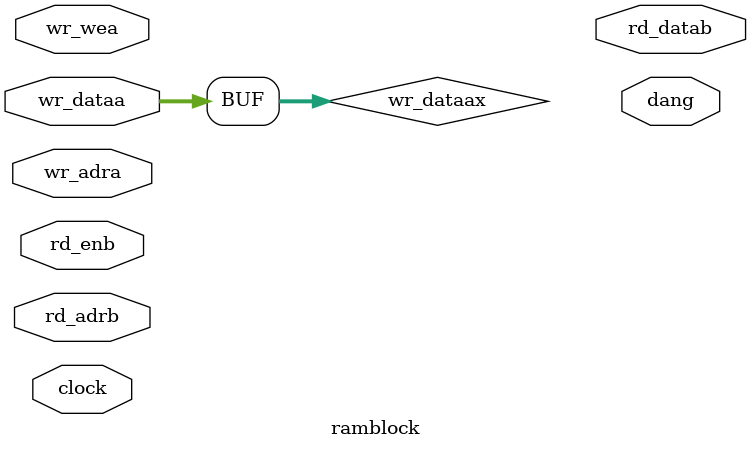
<source format=v>
`timescale 1ns / 1ps
	module ramblock
	(
	clock,
	wr_wea,
	wr_adra,
	wr_dataa,
	rd_enb,
	rd_adrb,
	rd_datab,
	dang
	);
//-------------------------------------------------------------------------------------------------------------------
// Generics caller may override
//-------------------------------------------------------------------------------------------------------------------
	parameter RAM_WIDTH = 9;							// Data width+parity
	parameter RAM_ADRB 	= 11;							// Address bits

	initial	$display("ramblock: RAM_WIDTH=%d",RAM_WIDTH);
	initial	$display("ramblock: RAM_ADRB =%d",RAM_ADRB );

//-------------------------------------------------------------------------------------------------------------------
// Ports
//-------------------------------------------------------------------------------------------------------------------
	input					clock;						// Write clock

	input					wr_wea;						// Write enable			port A
	input	[RAM_ADRB-1:0]	wr_adra;					// Read/Write address	port A
	input	[RAM_WIDTH-1:0]	wr_dataa;					// Write data 			port A

	input					rd_enb;						// Read enable			port B
	input	[RAM_ADRB-1:0]	rd_adrb;					// Read/Write address	port B
	output	[RAM_WIDTH-1:0]	rd_datab;					// Read  data			port B
	output					dang;						// Dangling pin sump	port A/B

//-------------------------------------------------------------------------------------------------------------------
// Expand data bus widths for an integer number of S9 RAMs
//-------------------------------------------------------------------------------------------------------------------
	parameter s9    = 9;								// Bits per RAM
	parameter nrams = (RAM_WIDTH-1)/s9+1;				// Number of RAMs needed for that many bits
	parameter nbits = nrams*s9;							// Number of bits to span those RAMs
	parameter ndang = nbits-RAM_WIDTH;					// Number of dangling outputs

	`include "../firmware_version.v"
	initial $display("ramblock: width= %d",RAM_WIDTH);
	initial $display("ramblock: nrams= %d",nrams);
	initial $display("ramblock: nbits= %d",nbits);
	initial $display("ramblock: ndang= %d",ndang);

// Extend input arrays to be integer multiples of s9
	wire [nbits-1:0] wr_dataax;							// Extended 1D array with leading 0s
	wire [nbits-1:0] rd_databx;							// Extended 1D array with leading 0s
	wire [s9-1:0]    wr_dataax2d [nrams-1:0];			// Extended 2D array for gen loop
	wire [s9-1:0]    rd_databx2d [nrams-1:0];			// Extended 2D array for gen loop

	assign wr_dataax=wr_dataa;							// Add leading 0s to incoming array

// Generate 2Kx9 Block RAMs, avoids xst issues for inferred rams with unconnected doa and dopa
`ifdef VIRTEX2
	initial $display("ramblock: generating Virtex2 RAMB16_S9_S9 uram");
	wire [nrams-1:0] dopa;								// XST issues spurious warning if dopa is not used

	genvar i;
	generate
	for (i=0; i<=nrams-1; i=i+1) begin: ram
	assign wr_dataax2d[i] = wr_dataax[i*s9+s9-1:i*s9];	// Map incoming 1D array to 2D for loop

	RAMB16_S9_S9 #(										// Virtex2
	.WRITE_MODE_A		 ("READ_FIRST"),				// WRITE_FIRST, READ_FIRST or NO_CHANGE
	.WRITE_MODE_B		 ("READ_FIRST"),				// WRITE_FIRST, READ_FIRST or NO_CHANGE
	.SIM_COLLISION_CHECK ("ALL")						// NONE, WARNING_ONLY, GENERATE_X_ONLY or ALL
	) uram (
	.WEA	(wr_wea),									// Port A Write Enable Input
	.ENA	(1'b1),										// Port A RAM Enable Input
	.SSRA	(1'b0),										// Port A Synchronous Set/Reset Input
	.CLKA	(clock),									// Port A Clock
	.ADDRA	(wr_adra),									// Port A 11-bit Address Input
	.DIA	(wr_dataax2d[i][7:0]),						// Port A 8-bit Data Input
	.DIPA	(wr_dataax2d[i][8]),						// Port A 1-bit parity Input
	.DOA	(),											// Port A 8-bit Data Output
	.DOPA	(dopa[i]),									// Port A 1-bit Parity Output

	.WEB	(1'b0),										// Port B Write Enable Input
	.ENB	(rd_enb),									// Port B RAM Enable Input
	.SSRB	(1'b0),										// Port B Synchronous Set/Reset Input
	.CLKB	(clock),									// Port B Clock
	.ADDRB	(rd_adrb),									// Port B 11-bit Address Input
	.DIB	(),											// Port B 8-bit Data Input
	.DIPB	(),											// Port B 1-bit parity Input
	.DOB	(rd_databx2d[i][7:0]),						// Port B 8-bit Data Output
	.DOPB	(rd_databx2d[i][8])							// Port B 1-bit Parity Output
	);

// Map outgoing 2D array back to 1D
	assign rd_databx[i*s9+s9-1:i*s9]=rd_databx2d[i];
	end
	endgenerate

	assign rd_datab = rd_databx[RAM_WIDTH-1:0];				// De-scope extended array to trim leading 0s

// Sump dangling pins
	wire danga = (|dopa);									// All port a parity pins, xst issues spurious warn if you dont use
	wire dangb = rd_databx[nbits-1:nbits-ndang-1];			// Left over port b pins

	assign dang = (danga | dangb);

`elsif VIRTEX6
	initial $display("ramblock: generating Virtex6 RAMB18E1_S9_S9 uram");
	wire [8:0] dob [nrams-1:0];								// Unconnected ports

	genvar i;
	generate
	for (i=0; i<=nrams-1; i=i+1) begin: ram
	assign wr_dataax2d[i] = wr_dataax[i*s9+s9-1:i*s9];		// Map incoming 1D array to 2D for loop

	RAMB18E1 #(												// Virtex6
	.RAM_MODE			("TDP"),							// SDP or TDP
 	.READ_WIDTH_A		(0),								// 0,1,2,4,9,18,36 Read/write width per port
	.READ_WIDTH_B		(9),								// 0,1,2,4,9,18
	.WRITE_WIDTH_A		(9),								// 0,1,2,4,9,18
	.WRITE_WIDTH_B		(0),								// 0,1,2,4,9,18,36
	.WRITE_MODE_A		("READ_FIRST"),						// Value on output upon a write (WRITE_FIRST, READ_FIRST, or NO_CHANGE)
	.WRITE_MODE_B		("READ_FIRST"),
	.SIM_COLLISION_CHECK("ALL")								// Colision check: Values (ALL, WARNING_ONLY, GENERATE_X_ONLY or NONE)
	) uram (
	.WEA				({2{wr_wea}}),						//  2-bit A port write enable input
	.ENARDEN			(1'b1),								//  1-bit A port enable/Read enable input
	.RSTRAMARSTRAM		(1'b0),								//  1-bit A port set/reset input
	.RSTREGARSTREG		(1'b0),								//  1-bit A port register set/reset input
	.REGCEAREGCE		(1'b0),								//  1-bit A port register enable/Register enable input
	.CLKARDCLK			(clock),							//  1-bit A port clock/Read clock input
	.ADDRARDADDR		({wr_adra,3'h7}),					// 14-bit A port address/Read address input 9b->[13:3]
	.DIADI				({8'h00,wr_dataax2d[i][7:0]}),		// 16-bit A port data/LSB data input
	.DIPADIP			({1'b0,wr_dataax2d[i][8]}),			//  2-bit A port parity/LSB parity input
	.DOADO				(),									// 16-bit A port data/LSB data output
	.DOPADOP			(),									//  2-bit A port parity/LSB parity output

	.WEBWE				(4'h0),								//  4-bit B port write enable/Write enable input
	.ENBWREN			(rd_enb),							//  1-bit B port enable/Write enable input
	.REGCEB				(1'b0),								//  1-bit B port register enable input
	.RSTRAMB			(1'b0),								//  1-bit B port set/reset input
	.RSTREGB			(1'b0),								//  1-bit B port register set/reset input
	.CLKBWRCLK			(clock),							//  1-bit B port clock/Write clock input
	.ADDRBWRADDR		({rd_adrb,3'h7}),					// 14-bit B port address/Write address input 9b->[13:3]
	.DIBDI				(),									// 16-bit B port data/MSB data input
	.DIPBDIP			(),									//  2-bit B port parity/MSB parity input
	.DOBDO				({dob[i][7:0],rd_databx2d[i][7:0]}),// 16-bit B port data/MSB data output
	.DOPBDOP			({dob[i][8],rd_databx2d[i][8]})		//  2-bit B port parity/MSB parity output
	);

// Map outgoing 2D array back to 1D
	assign rd_databx[i*s9+s9-1:i*s9]=rd_databx2d[i];
	end
	endgenerate

	assign rd_datab = rd_databx[RAM_WIDTH-1:0];				// De-scope extended array to trim leading 0s

// Sump dangling pins
	wire dang = rd_databx[nbits-1:nbits-ndang-1];			// Left over port b pins

`endif

//-------------------------------------------------------------------------------------------------------------------
	endmodule
//-------------------------------------------------------------------------------------------------------------------

</source>
